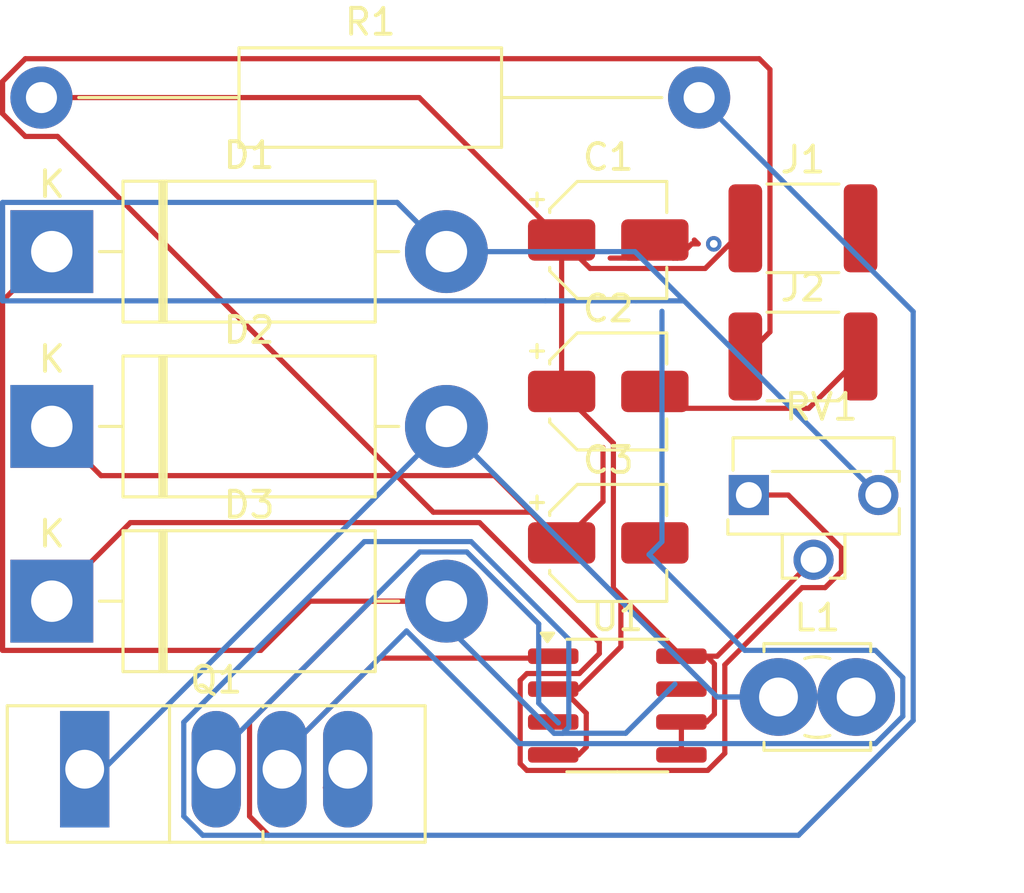
<source format=kicad_pcb>
(kicad_pcb (version 20241229) (generator "pcbnew") (generator_version "9.0")
  (layers (0 "F.Cu" signal) (2 "B.Cu" signal) (13 "F.Paste" user) (15 "B.Paste" user) (5 "F.SilkS" user "F.Silkscreen") (7 "B.SilkS" user "B.Silkscreen") (1 "F.Mask" user) (3 "B.Mask" user) (25 "Edge.Cuts" user))
  (net 0 "")
  (net 1 "GND")
  (net 2 "Net-(J1-Pin_1)")
  (net 3 "Net-(D2-K)")
  (net 4 "Net-(D1-K)")
  (net 5 "Net-(D1-A)")
  (net 6 "Net-(D2-A)")
  (net 7 "Net-(D3-K)")
  (net 8 "Net-(Q1-D)")
  (footprint "TerminalBlock_MetzConnect:TerminalBlock_MetzConnect_360272_1x01_Horizontal_ScrewM2.6" (layer "F.Cu") (at 140.5 83)
    (property "Reference" "L1" (at 1.5 -3.06 0) (layer "F.SilkS"))
    (property "Value" "L")
    (fp_line (start -0.56 -2.06) (end -0.56 -1.755) (stroke (width 0.12)) (layer "F.SilkS"))
    (fp_line (start -0.56 -2.06) (end 3.56 -2.06) (stroke (width 0.12)) (layer "F.SilkS"))
    (fp_line (start -0.56 1.755) (end -0.56 2.06) (stroke (width 0.12)) (layer "F.SilkS"))
    (fp_line (start -0.56 2.06) (end 3.56 2.06) (stroke (width 0.12)) (layer "F.SilkS"))
    (fp_line (start 3.56 -2.06) (end 3.56 -1.755) (stroke (width 0.12)) (layer "F.SilkS"))
    (fp_line (start 3.56 1.755) (end 3.56 2.06) (stroke (width 0.12)) (layer "F.SilkS"))
    (fp_arc (start 1.018482 -1.484481) (mid 1.500779 -1.560623) (end 1.983 -1.484) (stroke (width 0.12)) (layer "F.SilkS"))
    (fp_arc (start 1.526458 1.560399) (mid 1.268555 1.543366) (end 1.017 1.484) (stroke (width 0.12)) (layer "F.SilkS"))
    (fp_arc (start 1.982067 1.483648) (mid 1.744038 1.540794) (end 1.5 1.56) (stroke (width 0.12)) (layer "F.SilkS"))
    (pad "1" thru_hole circle (at 0 0) (size 3 3) (drill 1.5) (layers "*.Cu" "*.Mask") (net 6 "Net-(D2-A)"))
    (pad "1" thru_hole circle (at 3 0) (size 3 3) (drill 1.5) (layers "*.Cu" "*.Mask") (net 6 "Net-(D2-A)"))
  )
  (footprint "Capacitor_SMD:CP_Elec_4x3" (layer "F.Cu") (at 133.925 77.05)
    (property "Reference" "C3" (at 0 -3.2 0) (layer "F.SilkS"))
    (property "Value" "C")
    (fp_line (start -3 -1.56) (end -2.5 -1.56) (stroke (width 0.12)) (layer "F.SilkS"))
    (fp_line (start -2.75 -1.81) (end -2.75 -1.31) (stroke (width 0.12)) (layer "F.SilkS"))
    (fp_line (start -2.26 -1.195563) (end -2.26 -1.06) (stroke (width 0.12)) (layer "F.SilkS"))
    (fp_line (start -2.26 -1.195563) (end -1.195563 -2.26) (stroke (width 0.12)) (layer "F.SilkS"))
    (fp_line (start -2.26 1.195563) (end -2.26 1.06) (stroke (width 0.12)) (layer "F.SilkS"))
    (fp_line (start -2.26 1.195563) (end -1.195563 2.26) (stroke (width 0.12)) (layer "F.SilkS"))
    (fp_line (start -1.195563 -2.26) (end 2.26 -2.26) (stroke (width 0.12)) (layer "F.SilkS"))
    (fp_line (start -1.195563 2.26) (end 2.26 2.26) (stroke (width 0.12)) (layer "F.SilkS"))
    (fp_line (start 2.26 -2.26) (end 2.26 -1.06) (stroke (width 0.12)) (layer "F.SilkS"))
    (fp_line (start 2.26 2.26) (end 2.26 1.06) (stroke (width 0.12)) (layer "F.SilkS"))
    (pad "1" smd roundrect (at -1.8 0) (size 2.6 1.6) (layers "F.Cu" "F.Mask" "F.Paste") (roundrect_rratio 0.15625) (net 3 "Net-(D2-K)"))
    (pad "2" smd roundrect (at 1.8 0) (size 2.6 1.6) (layers "F.Cu" "F.Mask" "F.Paste") (roundrect_rratio 0.15625) (net 1 "GND"))
  )
  (footprint "Inductor_SMD:L_1812_4532Metric_Pad1.30x3.40mm_HandSolder" (layer "F.Cu") (at 141.445 64.9)
    (property "Reference" "J1" (at 0 -2.65 0) (layer "F.SilkS"))
    (property "Value" "Screw_Terminal_01x02")
    (fp_line (start -1.386252 -1.71) (end 1.386252 -1.71) (stroke (width 0.12)) (layer "F.SilkS"))
    (fp_line (start -1.386252 1.71) (end 1.386252 1.71) (stroke (width 0.12)) (layer "F.SilkS"))
    (pad "1" smd roundrect (at -2.225 0) (size 1.3 3.4) (layers "F.Cu" "F.Mask" "F.Paste") (roundrect_rratio 0.192308) (net 2 "Net-(J1-Pin_1)"))
    (pad "2" smd roundrect (at 2.225 0) (size 1.3 3.4) (layers "F.Cu" "F.Mask" "F.Paste") (roundrect_rratio 0.192308) (net 1 "GND"))
  )
  (footprint "Capacitor_SMD:CP_Elec_4x3" (layer "F.Cu") (at 133.925 71.2)
    (property "Reference" "C2" (at 0 -3.2 0) (layer "F.SilkS"))
    (property "Value" "C")
    (fp_line (start -3 -1.56) (end -2.5 -1.56) (stroke (width 0.12)) (layer "F.SilkS"))
    (fp_line (start -2.75 -1.81) (end -2.75 -1.31) (stroke (width 0.12)) (layer "F.SilkS"))
    (fp_line (start -2.26 -1.195563) (end -2.26 -1.06) (stroke (width 0.12)) (layer "F.SilkS"))
    (fp_line (start -2.26 -1.195563) (end -1.195563 -2.26) (stroke (width 0.12)) (layer "F.SilkS"))
    (fp_line (start -2.26 1.195563) (end -2.26 1.06) (stroke (width 0.12)) (layer "F.SilkS"))
    (fp_line (start -2.26 1.195563) (end -1.195563 2.26) (stroke (width 0.12)) (layer "F.SilkS"))
    (fp_line (start -1.195563 -2.26) (end 2.26 -2.26) (stroke (width 0.12)) (layer "F.SilkS"))
    (fp_line (start -1.195563 2.26) (end 2.26 2.26) (stroke (width 0.12)) (layer "F.SilkS"))
    (fp_line (start 2.26 -2.26) (end 2.26 -1.06) (stroke (width 0.12)) (layer "F.SilkS"))
    (fp_line (start 2.26 2.26) (end 2.26 1.06) (stroke (width 0.12)) (layer "F.SilkS"))
    (pad "1" smd roundrect (at -1.8 0) (size 2.6 1.6) (layers "F.Cu" "F.Mask" "F.Paste") (roundrect_rratio 0.15625) (net 2 "Net-(J1-Pin_1)"))
    (pad "2" smd roundrect (at 1.8 0) (size 2.6 1.6) (layers "F.Cu" "F.Mask" "F.Paste") (roundrect_rratio 0.15625) (net 1 "GND"))
  )
  (footprint "Diode_THT:D_DO-201AD_P15.24mm_Horizontal" (layer "F.Cu") (at 112.435 65.8)
    (property "Reference" "D1" (at 7.62 -3.72 0) (layer "F.SilkS"))
    (property "Value" "D")
    (fp_line (start 1.84 0) (end 2.75 0) (stroke (width 0.12)) (layer "F.SilkS"))
    (fp_line (start 2.75 -2.72) (end 2.75 2.72) (stroke (width 0.12)) (layer "F.SilkS"))
    (fp_line (start 2.75 2.72) (end 12.49 2.72) (stroke (width 0.12)) (layer "F.SilkS"))
    (fp_line (start 4.175 -2.72) (end 4.175 2.72) (stroke (width 0.12)) (layer "F.SilkS"))
    (fp_line (start 4.295 -2.72) (end 4.295 2.72) (stroke (width 0.12)) (layer "F.SilkS"))
    (fp_line (start 4.415 -2.72) (end 4.415 2.72) (stroke (width 0.12)) (layer "F.SilkS"))
    (fp_line (start 12.49 -2.72) (end 2.75 -2.72) (stroke (width 0.12)) (layer "F.SilkS"))
    (fp_line (start 12.49 2.72) (end 12.49 -2.72) (stroke (width 0.12)) (layer "F.SilkS"))
    (fp_line (start 13.4 0) (end 12.49 0) (stroke (width 0.12)) (layer "F.SilkS"))
    (fp_text user "K" (at 0 -2.6 0) (layer "F.SilkS"))
    (pad "1" thru_hole rect (at 0 0) (size 3.2 3.2) (drill 1.6) (layers "*.Cu" "*.Mask") (net 4 "Net-(D1-K)"))
    (pad "2" thru_hole oval (at 15.24 0) (size 3.2 3.2) (drill 1.6) (layers "*.Cu" "*.Mask") (net 5 "Net-(D1-A)"))
  )
  (footprint "Capacitor_SMD:CP_Elec_4x3" (layer "F.Cu") (at 133.925 65.35)
    (property "Reference" "C1" (at 0 -3.2 0) (layer "F.SilkS"))
    (property "Value" "C")
    (fp_line (start -3 -1.56) (end -2.5 -1.56) (stroke (width 0.12)) (layer "F.SilkS"))
    (fp_line (start -2.75 -1.81) (end -2.75 -1.31) (stroke (width 0.12)) (layer "F.SilkS"))
    (fp_line (start -2.26 -1.195563) (end -2.26 -1.06) (stroke (width 0.12)) (layer "F.SilkS"))
    (fp_line (start -2.26 -1.195563) (end -1.195563 -2.26) (stroke (width 0.12)) (layer "F.SilkS"))
    (fp_line (start -2.26 1.195563) (end -2.26 1.06) (stroke (width 0.12)) (layer "F.SilkS"))
    (fp_line (start -2.26 1.195563) (end -1.195563 2.26) (stroke (width 0.12)) (layer "F.SilkS"))
    (fp_line (start -1.195563 -2.26) (end 2.26 -2.26) (stroke (width 0.12)) (layer "F.SilkS"))
    (fp_line (start -1.195563 2.26) (end 2.26 2.26) (stroke (width 0.12)) (layer "F.SilkS"))
    (fp_line (start 2.26 -2.26) (end 2.26 -1.06) (stroke (width 0.12)) (layer "F.SilkS"))
    (fp_line (start 2.26 2.26) (end 2.26 1.06) (stroke (width 0.12)) (layer "F.SilkS"))
    (pad "1" smd roundrect (at -1.8 0) (size 2.6 1.6) (layers "F.Cu" "F.Mask" "F.Paste") (roundrect_rratio 0.15625) (net 2 "Net-(J1-Pin_1)"))
    (pad "2" smd roundrect (at 1.8 0) (size 2.6 1.6) (layers "F.Cu" "F.Mask" "F.Paste") (roundrect_rratio 0.15625) (net 1 "GND"))
  )
  (footprint "Package_SO:SOIC-8_3.9x4.9mm_P1.27mm" (layer "F.Cu") (at 134.275 83.33)
    (property "Reference" "U1" (at 0 -3.4 0) (layer "F.SilkS"))
    (property "Value" "LM555xM")
    (fp_line (start 0 -2.56) (end -1.95 -2.56) (stroke (width 0.12)) (layer "F.SilkS"))
    (fp_line (start 0 -2.56) (end 1.95 -2.56) (stroke (width 0.12)) (layer "F.SilkS"))
    (fp_line (start 0 2.56) (end -1.95 2.56) (stroke (width 0.12)) (layer "F.SilkS"))
    (fp_line (start 0 2.56) (end 1.95 2.56) (stroke (width 0.12)) (layer "F.SilkS"))
    (fp_poly (pts (xy -2.7 -2.465) (xy -2.94 -2.795) (xy -2.46 -2.795) (xy -2.7 -2.465)) (stroke (width 0.12)) (fill yes) (layer "F.SilkS"))
    (pad "1" smd roundrect (at -2.475 -1.905) (size 1.95 0.6) (layers "F.Cu" "F.Mask" "F.Paste") (net 1 "GND"))
    (pad "2" smd roundrect (at -2.475 -0.635) (size 1.95 0.6) (layers "F.Cu" "F.Mask" "F.Paste") (net 2 "Net-(J1-Pin_1)"))
    (pad "3" smd roundrect (at -2.475 0.635) (size 1.95 0.6) (layers "F.Cu" "F.Mask" "F.Paste") (net 8 "Net-(Q1-D)"))
    (pad "4" smd roundrect (at -2.475 1.905) (size 1.95 0.6) (layers "F.Cu" "F.Mask" "F.Paste") (net 2 "Net-(J1-Pin_1)"))
    (pad "5" smd roundrect (at 2.475 1.905) (size 1.95 0.6) (layers "F.Cu" "F.Mask" "F.Paste") (net 2 "Net-(J1-Pin_1)"))
    (pad "6" smd roundrect (at 2.475 0.635) (size 1.95 0.6) (layers "F.Cu" "F.Mask" "F.Paste") (net 2 "Net-(J1-Pin_1)"))
    (pad "7" smd roundrect (at 2.475 -0.635) (size 1.95 0.6) (layers "F.Cu" "F.Mask" "F.Paste") (net 4 "Net-(D1-K)"))
    (pad "8" smd roundrect (at 2.475 -1.905) (size 1.95 0.6) (layers "F.Cu" "F.Mask" "F.Paste") (net 2 "Net-(J1-Pin_1)"))
  )
  (footprint "Resistor_THT:R_Axial_DIN0411_L9.9mm_D3.6mm_P25.40mm_Horizontal" (layer "F.Cu") (at 112.035 59.85)
    (property "Reference" "R1" (at 12.7 -2.92 0) (layer "F.SilkS"))
    (property "Value" "R")
    (fp_line (start 1.44 0) (end 7.63 0) (stroke (width 0.12)) (layer "F.SilkS"))
    (fp_line (start 7.63 -1.92) (end 7.63 1.92) (stroke (width 0.12)) (layer "F.SilkS"))
    (fp_line (start 7.63 1.92) (end 17.77 1.92) (stroke (width 0.12)) (layer "F.SilkS"))
    (fp_line (start 17.77 -1.92) (end 7.63 -1.92) (stroke (width 0.12)) (layer "F.SilkS"))
    (fp_line (start 17.77 1.92) (end 17.77 -1.92) (stroke (width 0.12)) (layer "F.SilkS"))
    (fp_line (start 23.96 0) (end 17.77 0) (stroke (width 0.12)) (layer "F.SilkS"))
    (pad "1" thru_hole circle (at 0 0) (size 2.4 2.4) (drill 1.2) (layers "*.Cu" "*.Mask") (net 2 "Net-(J1-Pin_1)"))
    (pad "2" thru_hole oval (at 25.4 0) (size 2.4 2.4) (drill 1.2) (layers "*.Cu" "*.Mask") (net 4 "Net-(D1-K)"))
  )
  (footprint "Package_TO_SOT_THT:TO-247-4_Vertical" (layer "F.Cu") (at 113.705 85.79)
    (property "Reference" "Q1" (at 5.08 -3.45 0) (layer "F.SilkS"))
    (property "Value" "BUK7880-55A")
    (fp_line (start -2.99 -2.451) (end -2.99 2.82) (stroke (width 0.12)) (layer "F.SilkS"))
    (fp_line (start -2.99 -2.451) (end 13.15 -2.451) (stroke (width 0.12)) (layer "F.SilkS"))
    (fp_line (start -2.99 2.82) (end 13.15 2.82) (stroke (width 0.12)) (layer "F.SilkS"))
    (fp_line (start 3.276 -2.451) (end 3.276 2.82) (stroke (width 0.12)) (layer "F.SilkS"))
    (fp_line (start 6.885 -2.451) (end 6.885 -2.4) (stroke (width 0.12)) (layer "F.SilkS"))
    (fp_line (start 6.885 2.4) (end 6.885 2.82) (stroke (width 0.12)) (layer "F.SilkS"))
    (fp_line (start 13.15 -2.451) (end 13.15 2.82) (stroke (width 0.12)) (layer "F.SilkS"))
    (pad "1" thru_hole rect (at 0 0) (size 1.905 4.5) (drill 1.5) (layers "*.Cu" "*.Mask") (net 6 "Net-(D2-A)"))
    (pad "2" thru_hole oval (at 5.08 0) (size 1.905 4.5) (drill 1.5) (layers "*.Cu" "*.Mask") (net 8 "Net-(Q1-D)"))
    (pad "3" thru_hole oval (at 7.62 0) (size 1.905 4.5) (drill 1.5) (layers "*.Cu" "*.Mask") (net 1 "GND"))
    (pad "4" thru_hole oval (at 10.16 0) (size 1.905 4.5) (drill 1.5) (layers "*.Cu" "*.Mask"))
  )
  (footprint "Diode_THT:D_DO-201AD_P15.24mm_Horizontal" (layer "F.Cu") (at 112.435 72.55)
    (property "Reference" "D2" (at 7.62 -3.72 0) (layer "F.SilkS"))
    (property "Value" "1N5822")
    (fp_line (start 1.84 0) (end 2.75 0) (stroke (width 0.12)) (layer "F.SilkS"))
    (fp_line (start 2.75 -2.72) (end 2.75 2.72) (stroke (width 0.12)) (layer "F.SilkS"))
    (fp_line (start 2.75 2.72) (end 12.49 2.72) (stroke (width 0.12)) (layer "F.SilkS"))
    (fp_line (start 4.175 -2.72) (end 4.175 2.72) (stroke (width 0.12)) (layer "F.SilkS"))
    (fp_line (start 4.295 -2.72) (end 4.295 2.72) (stroke (width 0.12)) (layer "F.SilkS"))
    (fp_line (start 4.415 -2.72) (end 4.415 2.72) (stroke (width 0.12)) (layer "F.SilkS"))
    (fp_line (start 12.49 -2.72) (end 2.75 -2.72) (stroke (width 0.12)) (layer "F.SilkS"))
    (fp_line (start 12.49 2.72) (end 12.49 -2.72) (stroke (width 0.12)) (layer "F.SilkS"))
    (fp_line (start 13.4 0) (end 12.49 0) (stroke (width 0.12)) (layer "F.SilkS"))
    (fp_text user "K" (at 0 -2.6 0) (layer "F.SilkS"))
    (pad "1" thru_hole rect (at 0 0) (size 3.2 3.2) (drill 1.6) (layers "*.Cu" "*.Mask") (net 3 "Net-(D2-K)"))
    (pad "2" thru_hole oval (at 15.24 0) (size 3.2 3.2) (drill 1.6) (layers "*.Cu" "*.Mask") (net 6 "Net-(D2-A)"))
  )
  (footprint "Potentiometer_THT:Potentiometer_Runtron_RM-063_Horizontal" (layer "F.Cu") (at 139.355 75.2)
    (property "Reference" "RV1" (at 2.8 -3.4 0) (layer "F.SilkS"))
    (property "Value" "rv1")
    (fp_line (start -0.81 0.96) (end -0.81 1.51) (stroke (width 0.12)) (layer "F.SilkS"))
    (fp_line (start -0.81 1.51) (end 5.81 1.51) (stroke (width 0.12)) (layer "F.SilkS"))
    (fp_line (start -0.61 -2.21) (end 5.61 -2.21) (stroke (width 0.12)) (layer "F.SilkS"))
    (fp_line (start -0.61 -0.96) (end -0.61 -2.2) (stroke (width 0.12)) (layer "F.SilkS"))
    (fp_line (start 0.9 -0.91) (end 4.7 -0.91) (stroke (width 0.12)) (layer "F.SilkS"))
    (fp_line (start 1.29 1.51) (end 1.29 3.21) (stroke (width 0.12)) (layer "F.SilkS"))
    (fp_line (start 1.29 3.21) (end 1.86 3.21) (stroke (width 0.12)) (layer "F.SilkS"))
    (fp_line (start 3.14 3.21) (end 3.71 3.21) (stroke (width 0.12)) (layer "F.SilkS"))
    (fp_line (start 3.71 1.51) (end 3.71 3.21) (stroke (width 0.12)) (layer "F.SilkS"))
    (fp_line (start 5.29 -0.91) (end 5.81 -0.91) (stroke (width 0.12)) (layer "F.SilkS"))
    (fp_line (start 5.61 -2.21) (end 5.61 -0.91) (stroke (width 0.12)) (layer "F.SilkS"))
    (fp_line (start 5.81 -0.91) (end 5.81 -0.52) (stroke (width 0.12)) (layer "F.SilkS"))
    (fp_line (start 5.81 1.51) (end 5.81 0.52) (stroke (width 0.12)) (layer "F.SilkS"))
    (pad "1" thru_hole rect (at 0 0) (size 1.55 1.55) (drill 1) (layers "*.Cu" "*.Mask") (net 7 "Net-(D3-K)"))
    (pad "2" thru_hole circle (at 2.5 2.5) (size 1.55 1.55) (drill 1) (layers "*.Cu" "*.Mask") (net 2 "Net-(J1-Pin_1)"))
    (pad "3" thru_hole circle (at 5 0) (size 1.55 1.55) (drill 1) (layers "*.Cu" "*.Mask") (net 5 "Net-(D1-A)"))
  )
  (footprint "Inductor_SMD:L_1812_4532Metric_Pad1.30x3.40mm_HandSolder" (layer "F.Cu") (at 141.445 69.85)
    (property "Reference" "J2" (at 0 -2.65 0) (layer "F.SilkS"))
    (property "Value" "Screw_Terminal_01x02")
    (fp_line (start -1.386252 -1.71) (end 1.386252 -1.71) (stroke (width 0.12)) (layer "F.SilkS"))
    (fp_line (start -1.386252 1.71) (end 1.386252 1.71) (stroke (width 0.12)) (layer "F.SilkS"))
    (pad "1" smd roundrect (at -2.225 0) (size 1.3 3.4) (layers "F.Cu" "F.Mask" "F.Paste") (roundrect_rratio 0.192308) (net 3 "Net-(D2-K)"))
    (pad "2" smd roundrect (at 2.225 0) (size 1.3 3.4) (layers "F.Cu" "F.Mask" "F.Paste") (roundrect_rratio 0.192308) (net 1 "GND"))
  )
  (footprint "Diode_THT:D_DO-201AD_P15.24mm_Horizontal" (layer "F.Cu") (at 112.435 79.3)
    (property "Reference" "D3" (at 7.62 -3.72 0) (layer "F.SilkS"))
    (property "Value" "D")
    (fp_line (start 1.84 0) (end 2.75 0) (stroke (width 0.12)) (layer "F.SilkS"))
    (fp_line (start 2.75 -2.72) (end 2.75 2.72) (stroke (width 0.12)) (layer "F.SilkS"))
    (fp_line (start 2.75 2.72) (end 12.49 2.72) (stroke (width 0.12)) (layer "F.SilkS"))
    (fp_line (start 4.175 -2.72) (end 4.175 2.72) (stroke (width 0.12)) (layer "F.SilkS"))
    (fp_line (start 4.295 -2.72) (end 4.295 2.72) (stroke (width 0.12)) (layer "F.SilkS"))
    (fp_line (start 4.415 -2.72) (end 4.415 2.72) (stroke (width 0.12)) (layer "F.SilkS"))
    (fp_line (start 12.49 -2.72) (end 2.75 -2.72) (stroke (width 0.12)) (layer "F.SilkS"))
    (fp_line (start 12.49 2.72) (end 12.49 -2.72) (stroke (width 0.12)) (layer "F.SilkS"))
    (fp_line (start 13.4 0) (end 12.49 0) (stroke (width 0.12)) (layer "F.SilkS"))
    (fp_text user "K" (at 0 -2.6 0) (layer "F.SilkS"))
    (pad "1" thru_hole rect (at 0 0) (size 3.2 3.2) (drill 1.6) (layers "*.Cu" "*.Mask") (net 7 "Net-(D3-K)"))
    (pad "2" thru_hole oval (at 15.24 0) (size 3.2 3.2) (drill 1.6) (layers "*.Cu" "*.Mask") (net 4 "Net-(D1-K)"))
  )
  (segment (start 123.865 85.79) (end 123.71 85.79) (width 0.2) (layer "F.Cu") (net 0))
  (segment (start 123.71 85.79) (end 123 86.5) (width 0.2) (layer "F.Cu") (net 0))
  (via (at 138 65.5) (size 0.6) (drill 0.3) (layers "F.Cu" "B.Cu") (net 0))
  (segment (start 143.67 69.85) (end 141.669 71.851) (width 0.2) (layer "F.Cu") (net 1))
  (segment (start 137.399 65.5) (end 137.249 65.35) (width 0.2) (layer "F.Cu") (net 1))
  (segment (start 125.084783 81.5) (end 121.325 85.259783) (width 0.2) (layer "F.Cu") (net 1))
  (segment (start 136.376 71.851) (end 135.725 71.2) (width 0.2) (layer "F.Cu") (net 1))
  (segment (start 121.325 85.259783) (end 121.325 85.79) (width 0.2) (layer "F.Cu") (net 1))
  (segment (start 135.025 66.05) (end 134 66.05) (width 0.2) (layer "F.Cu") (net 1))
  (segment (start 131.925 81.425) (end 132 81.5) (width 0.2) (layer "F.Cu") (net 1))
  (segment (start 135.725 65.35) (end 135.025 66.05) (width 0.2) (layer "F.Cu") (net 1))
  (segment (start 136.425 66.05) (end 136.600057 66.05) (width 0.2) (layer "F.Cu") (net 1))
  (segment (start 137.150057 65.5) (end 137.399 65.5) (width 0.2) (layer "F.Cu") (net 1))
  (segment (start 136.600057 66.05) (end 137.150057 65.5) (width 0.2) (layer "F.Cu") (net 1))
  (segment (start 135.725 65.35) (end 136.425 66.05) (width 0.2) (layer "F.Cu") (net 1))
  (segment (start 131.8 81.425) (end 131.925 81.425) (width 0.2) (layer "F.Cu") (net 1))
  (segment (start 132 81.5) (end 125.084783 81.5) (width 0.2) (layer "F.Cu") (net 1))
  (segment (start 141.669 71.851) (end 136.376 71.851) (width 0.2) (layer "F.Cu") (net 1))
  (segment (start 135.5 77.5) (end 136 77) (width 0.2) (layer "B.Cu") (net 1))
  (segment (start 121.325 85.259783) (end 126.135682 80.449101) (width 0.2) (layer "B.Cu") (net 1))
  (segment (start 139.199 81.199) (end 135.5 77.5) (width 0.2) (layer "B.Cu") (net 1))
  (segment (start 121.325 85.79) (end 121.325 85.259783) (width 0.2) (layer "B.Cu") (net 1))
  (segment (start 144.245999 84.801) (end 145.301 83.745999) (width 0.2) (layer "B.Cu") (net 1))
  (segment (start 136 77) (end 136 71) (width 0.2) (layer "B.Cu") (net 1))
  (segment (start 126.135682 80.449101) (end 130.487581 84.801) (width 0.2) (layer "B.Cu") (net 1))
  (segment (start 130.487581 84.801) (end 144.245999 84.801) (width 0.2) (layer "B.Cu") (net 1))
  (segment (start 136 71) (end 136 68.102) (width 0.2) (layer "B.Cu") (net 1))
  (segment (start 144.245999 81.199) (end 139.199 81.199) (width 0.2) (layer "B.Cu") (net 1))
  (segment (start 145.301 82.254001) (end 144.245999 81.199) (width 0.2) (layer "B.Cu") (net 1))
  (segment (start 145.301 83.745999) (end 145.301 82.254001) (width 0.2) (layer "B.Cu") (net 1))
  (segment (start 138.026 81.726001) (end 138.026 83.663999) (width 0.2) (layer "F.Cu") (net 2))
  (segment (start 132.125 65.35) (end 132.125 71.2) (width 0.2) (layer "F.Cu") (net 2))
  (segment (start 134.4125 81.057499) (end 132.774999 82.695) (width 0.2) (layer "F.Cu") (net 2))
  (segment (start 132.774999 85.235) (end 131.8 85.235) (width 0.2) (layer "F.Cu") (net 2))
  (segment (start 112.035 59.85) (end 126.625 59.85) (width 0.2) (layer "F.Cu") (net 2))
  (segment (start 134.4125 79.0875) (end 136.75 81.425) (width 0.2) (layer "F.Cu") (net 2))
  (segment (start 131.8 82.695) (end 132.146968 82.695) (width 0.2) (layer "F.Cu") (net 2))
  (segment (start 136.75 83.965) (end 136.75 85.235) (width 0.2) (layer "F.Cu") (net 2))
  (segment (start 136.75 81.425) (end 137.724999 81.425) (width 0.2) (layer "F.Cu") (net 2))
  (segment (start 138.026 83.663999) (end 137.724999 83.965) (width 0.2) (layer "F.Cu") (net 2))
  (segment (start 133.076 84.933999) (end 132.774999 85.235) (width 0.2) (layer "F.Cu") (net 2))
  (segment (start 137.724999 81.425) (end 138.026 81.726001) (width 0.2) (layer "F.Cu") (net 2))
  (segment (start 134.124 78.799) (end 134.4125 79.0875) (width 0.2) (layer "F.Cu") (net 2))
  (segment (start 136.75 81.425) (end 138.13 81.425) (width 0.2) (layer "F.Cu") (net 2))
  (segment (start 133.226 66.451) (end 137.669 66.451) (width 0.2) (layer "F.Cu") (net 2))
  (segment (start 132.125 65.35) (end 133.226 66.451) (width 0.2) (layer "F.Cu") (net 2))
  (segment (start 132.774999 82.695) (end 131.8 82.695) (width 0.2) (layer "F.Cu") (net 2))
  (segment (start 126.625 59.85) (end 132.125 65.35) (width 0.2) (layer "F.Cu") (net 2))
  (segment (start 133.076 83.624032) (end 133.076 84.933999) (width 0.2) (layer "F.Cu") (net 2))
  (segment (start 137.724999 83.965) (end 136.75 83.965) (width 0.2) (layer "F.Cu") (net 2))
  (segment (start 132.125 71.2) (end 134.124 73.199) (width 0.2) (layer "F.Cu") (net 2))
  (segment (start 134.124 73.199) (end 134.124 78.799) (width 0.2) (layer "F.Cu") (net 2))
  (segment (start 134.4125 79.0875) (end 134.4125 81.057499) (width 0.2) (layer "F.Cu") (net 2))
  (segment (start 138.13 81.425) (end 141.855 77.7) (width 0.2) (layer "F.Cu") (net 2))
  (segment (start 137.669 66.451) (end 139.22 64.9) (width 0.2) (layer "F.Cu") (net 2))
  (segment (start 132.146968 82.695) (end 133.076 83.624032) (width 0.2) (layer "F.Cu") (net 2))
  (segment (start 110.534 60.471735) (end 110.534 59.228265) (width 0.2) (layer "F.Cu") (net 3))
  (segment (start 127.169575 75.86384) (end 112.656735 61.351) (width 0.2) (layer "F.Cu") (net 3))
  (segment (start 133.723 75.452) (end 133.723 73.3651) (width 0.2) (layer "F.Cu") (net 3))
  (segment (start 140.171 68.899) (end 139.22 69.85) (width 0.2) (layer "F.Cu") (net 3))
  (segment (start 129.526 74.451) (end 132.125 77.05) (width 0.2) (layer "F.Cu") (net 3))
  (segment (start 132.125 77.05) (end 130.93884 75.86384) (width 0.2) (layer "F.Cu") (net 3))
  (segment (start 132.125 77.05) (end 133.723 75.452) (width 0.2) (layer "F.Cu") (net 3))
  (segment (start 112.656735 61.351) (end 111.413265 61.351) (width 0.2) (layer "F.Cu") (net 3))
  (segment (start 130.93884 75.86384) (end 127.169575 75.86384) (width 0.2) (layer "F.Cu") (net 3))
  (segment (start 110.534 59.228265) (end 111.413265 58.349) (width 0.2) (layer "F.Cu") (net 3))
  (segment (start 114.336 74.451) (end 129.526 74.451) (width 0.2) (layer "F.Cu") (net 3))
  (segment (start 140.171 58.76484) (end 140.171 68.899) (width 0.2) (layer "F.Cu") (net 3))
  (segment (start 111.413265 61.351) (end 110.534 60.471735) (width 0.2) (layer "F.Cu") (net 3))
  (segment (start 112.435 72.55) (end 114.336 74.451) (width 0.2) (layer "F.Cu") (net 3))
  (segment (start 111.413265 58.349) (end 139.75516 58.349) (width 0.2) (layer "F.Cu") (net 3))
  (segment (start 139.75516 58.349) (end 140.171 58.76484) (width 0.2) (layer "F.Cu") (net 3))
  (segment (start 112.45 72.55) (end 112.5 72.5) (width 0.2) (layer "B.Cu") (net 3))
  (segment (start 112.435 72.55) (end 112.45 72.55) (width 0.2) (layer "B.Cu") (net 3))
  (segment (start 120.0715 83.973283) (end 120.0715 87.606717) (width 0.2) (layer "F.Cu") (net 4))
  (segment (start 120.0715 87.606717) (end 120.805783 88.341) (width 0.2) (layer "F.Cu") (net 4))
  (segment (start 122.40668 79.3) (end 127.675 79.3) (width 0.2) (layer "F.Cu") (net 4))
  (segment (start 120.50568 81.201) (end 122.40668 79.3) (width 0.2) (layer "F.Cu") (net 4))
  (segment (start 124.744783 79.3) (end 120.0715 83.973283) (width 0.2) (layer "F.Cu") (net 4))
  (segment (start 110.534 81.201) (end 120.50568 81.201) (width 0.2) (layer "F.Cu") (net 4))
  (segment (start 127.675 79.3) (end 124.744783 79.3) (width 0.2) (layer "F.Cu") (net 4))
  (segment (start 112.435 65.8) (end 110.534 67.701) (width 0.2) (layer "F.Cu") (net 4))
  (segment (start 110.534 67.701) (end 110.534 81.201) (width 0.2) (layer "F.Cu") (net 4))
  (segment (start 127.675 79.3) (end 127.675 77.825) (width 0.2) (layer "B.Cu") (net 4))
  (segment (start 132.401 80.77048) (end 132.401 84.1661) (width 0.2) (layer "B.Cu") (net 4))
  (segment (start 145.702 83.912099) (end 141.273099 88.341) (width 0.2) (layer "B.Cu") (net 4))
  (segment (start 145.702 68.117) (end 145.702 83.912099) (width 0.2) (layer "B.Cu") (net 4))
  (segment (start 134.599 84.401) (end 136.5 82.5) (width 0.2) (layer "B.Cu") (net 4))
  (segment (start 132.401 84.1661) (end 132.1661 84.401) (width 0.2) (layer "B.Cu") (net 4))
  (segment (start 127.675 80.2421) (end 127.675 79.3) (width 0.2) (layer "B.Cu") (net 4))
  (segment (start 124.506783 76.998) (end 128.62852 76.998) (width 0.2) (layer "B.Cu") (net 4))
  (segment (start 127.675 77.825) (end 127.7 77.8) (width 0.2) (layer "B.Cu") (net 4))
  (segment (start 132.1661 84.401) (end 131.8339 84.401) (width 0.2) (layer "B.Cu") (net 4))
  (segment (start 117.5315 83.973283) (end 124.506783 76.998) (width 0.2) (layer "B.Cu") (net 4))
  (segment (start 131.8339 84.401) (end 127.675 80.2421) (width 0.2) (layer "B.Cu") (net 4))
  (segment (start 131.8339 84.401) (end 134.599 84.401) (width 0.2) (layer "B.Cu") (net 4))
  (segment (start 117.5315 87.606717) (end 117.5315 83.973283) (width 0.2) (layer "B.Cu") (net 4))
  (segment (start 128.62852 76.998) (end 132.401 80.77048) (width 0.2) (layer "B.Cu") (net 4))
  (segment (start 118.265783 88.341) (end 117.5315 87.606717) (width 0.2) (layer "B.Cu") (net 4))
  (segment (start 137.435 59.85) (end 145.702 68.117) (width 0.2) (layer "B.Cu") (net 4))
  (segment (start 141.273099 88.341) (end 118.265783 88.341) (width 0.2) (layer "B.Cu") (net 4))
  (segment (start 134.955 65.8) (end 144.355 75.2) (width 0.2) (layer "B.Cu") (net 5))
  (segment (start 110.534 67.701) (end 131.5 67.701) (width 0.2) (layer "B.Cu") (net 5))
  (segment (start 127.675 65.8) (end 125.774 63.899) (width 0.2) (layer "B.Cu") (net 5))
  (segment (start 135 67.701) (end 136.856 67.701) (width 0.2) (layer "B.Cu") (net 5))
  (segment (start 125.774 63.899) (end 110.534 63.899) (width 0.2) (layer "B.Cu") (net 5))
  (segment (start 144.355 75.2) (end 144.355 75.145) (width 0.2) (layer "B.Cu") (net 5))
  (segment (start 127.675 65.8) (end 134.955 65.8) (width 0.2) (layer "B.Cu") (net 5))
  (segment (start 110.534 63.899) (end 110.534 67.701) (width 0.2) (layer "B.Cu") (net 5))
  (segment (start 131.5 67.701) (end 135 67.701) (width 0.2) (layer "B.Cu") (net 5))
  (segment (start 144.355 75.145) (end 144.5 75) (width 0.2) (layer "B.Cu") (net 5))
  (segment (start 127.95 72.55) (end 128 72.5) (width 0.2) (layer "B.Cu") (net 6))
  (segment (start 127.675 72.55) (end 138.125 83) (width 0.2) (layer "B.Cu") (net 6))
  (segment (start 127.675 72.55) (end 127.95 72.55) (width 0.2) (layer "B.Cu") (net 6))
  (segment (start 113.705 85.79) (end 114.435 85.79) (width 0.2) (layer "B.Cu") (net 6))
  (segment (start 138.125 83) (end 140.5 83) (width 0.2) (layer "B.Cu") (net 6))
  (segment (start 114.435 85.79) (end 127.675 72.55) (width 0.2) (layer "B.Cu") (net 6))
  (segment (start 138.125 83) (end 143.5 83) (width 0.2) (layer "B.Cu") (net 6))
  (segment (start 130.524 82.354032) (end 130.524 85.575968) (width 0.2) (layer "F.Cu") (net 7))
  (segment (start 142.931 77.254306) (end 140.876694 75.2) (width 0.2) (layer "F.Cu") (net 7))
  (segment (start 142.300694 78.776) (end 142.931 78.145694) (width 0.2) (layer "F.Cu") (net 7))
  (segment (start 133.580239 81.32266) (end 132.808899 82.094) (width 0.2) (layer "F.Cu") (net 7))
  (segment (start 142.931 78.145694) (end 142.931 77.254306) (width 0.2) (layer "F.Cu") (net 7))
  (segment (start 138.427 81.758306) (end 141.409306 78.776) (width 0.2) (layer "F.Cu") (net 7))
  (segment (start 130.784032 85.836) (end 137.765968 85.836) (width 0.2) (layer "F.Cu") (net 7))
  (segment (start 115.47016 76.26484) (end 128.95368 76.26484) (width 0.2) (layer "F.Cu") (net 7))
  (segment (start 133.580239 80.891399) (end 133.580239 81.32266) (width 0.2) (layer "F.Cu") (net 7))
  (segment (start 132.808899 82.094) (end 130.784032 82.094) (width 0.2) (layer "F.Cu") (net 7))
  (segment (start 141.409306 78.776) (end 142.300694 78.776) (width 0.2) (layer "F.Cu") (net 7))
  (segment (start 137.765968 85.836) (end 138.427 85.174968) (width 0.2) (layer "F.Cu") (net 7))
  (segment (start 128.95368 76.26484) (end 133.580239 80.891399) (width 0.2) (layer "F.Cu") (net 7))
  (segment (start 138.427 85.174968) (end 138.427 81.758306) (width 0.2) (layer "F.Cu") (net 7))
  (segment (start 130.524 85.575968) (end 130.784032 85.836) (width 0.2) (layer "F.Cu") (net 7))
  (segment (start 112.435 79.3) (end 115.47016 76.26484) (width 0.2) (layer "F.Cu") (net 7))
  (segment (start 140.876694 75.2) (end 139.355 75.2) (width 0.2) (layer "F.Cu") (net 7))
  (segment (start 130.784032 82.094) (end 130.524 82.354032) (width 0.2) (layer "F.Cu") (net 7))
  (segment (start 131.239 80.17558) (end 128.46242 77.399) (width 0.2) (layer "B.Cu") (net 8))
  (segment (start 131.239 83.239) (end 131.239 80.17558) (width 0.2) (layer "B.Cu") (net 8))
  (segment (start 131.239 83.239) (end 132 84) (width 0.2) (layer "B.Cu") (net 8))
  (segment (start 118.785 85.259783) (end 118.785 85.79) (width 0.2) (layer "B.Cu") (net 8))
  (segment (start 128.46242 77.399) (end 126.645783 77.399) (width 0.2) (layer "B.Cu") (net 8))
  (segment (start 126.645783 77.399) (end 118.785 85.259783) (width 0.2) (layer "B.Cu") (net 8))
)
</source>
